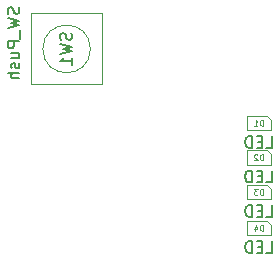
<source format=gbr>
G04 #@! TF.GenerationSoftware,KiCad,Pcbnew,(5.0.2)-1*
G04 #@! TF.CreationDate,2019-06-21T16:27:59+05:30*
G04 #@! TF.ProjectId,CapacityOfBattery,43617061-6369-4747-994f-664261747465,rev?*
G04 #@! TF.SameCoordinates,Original*
G04 #@! TF.FileFunction,Other,Fab,Bot*
%FSLAX46Y46*%
G04 Gerber Fmt 4.6, Leading zero omitted, Abs format (unit mm)*
G04 Created by KiCad (PCBNEW (5.0.2)-1) date 06/21/19 16:27:59*
%MOMM*%
%LPD*%
G01*
G04 APERTURE LIST*
%ADD10C,0.100000*%
%ADD11C,0.150000*%
%ADD12C,0.080000*%
G04 APERTURE END LIST*
D10*
G04 #@! TO.C,D1*
X38360000Y-23530000D02*
X40060000Y-23530000D01*
X40060000Y-23530000D02*
X40360000Y-23830000D01*
X40360000Y-23830000D02*
X40360000Y-24730000D01*
X40360000Y-24730000D02*
X38360000Y-24730000D01*
X38360000Y-24730000D02*
X38360000Y-23530000D01*
G04 #@! TO.C,D2*
X38360000Y-27651000D02*
X38360000Y-26451000D01*
X40360000Y-27651000D02*
X38360000Y-27651000D01*
X40360000Y-26751000D02*
X40360000Y-27651000D01*
X40060000Y-26451000D02*
X40360000Y-26751000D01*
X38360000Y-26451000D02*
X40060000Y-26451000D01*
G04 #@! TO.C,D3*
X38360000Y-29382000D02*
X40060000Y-29382000D01*
X40060000Y-29382000D02*
X40360000Y-29682000D01*
X40360000Y-29682000D02*
X40360000Y-30582000D01*
X40360000Y-30582000D02*
X38360000Y-30582000D01*
X38360000Y-30582000D02*
X38360000Y-29382000D01*
G04 #@! TO.C,D4*
X38360000Y-33620000D02*
X38360000Y-32420000D01*
X40360000Y-33620000D02*
X38360000Y-33620000D01*
X40360000Y-32720000D02*
X40360000Y-33620000D01*
X40060000Y-32420000D02*
X40360000Y-32720000D01*
X38360000Y-32420000D02*
X40060000Y-32420000D01*
G04 #@! TO.C,SW1*
X25105564Y-17850000D02*
G75*
G03X25105564Y-17850000I-2015564J0D01*
G01*
X26090000Y-20850000D02*
X26090000Y-17850000D01*
X20090000Y-20850000D02*
X26090000Y-20850000D01*
X20090000Y-14850000D02*
X20090000Y-20850000D01*
X26090000Y-14850000D02*
X20090000Y-14850000D01*
X26090000Y-17850000D02*
X26090000Y-14850000D01*
G04 #@! TD*
G04 #@! TO.C,D1*
D11*
X40002857Y-26232380D02*
X40479047Y-26232380D01*
X40479047Y-25232380D01*
X39669523Y-25708571D02*
X39336190Y-25708571D01*
X39193333Y-26232380D02*
X39669523Y-26232380D01*
X39669523Y-25232380D01*
X39193333Y-25232380D01*
X38764761Y-26232380D02*
X38764761Y-25232380D01*
X38526666Y-25232380D01*
X38383809Y-25280000D01*
X38288571Y-25375238D01*
X38240952Y-25470476D01*
X38193333Y-25660952D01*
X38193333Y-25803809D01*
X38240952Y-25994285D01*
X38288571Y-26089523D01*
X38383809Y-26184761D01*
X38526666Y-26232380D01*
X38764761Y-26232380D01*
D12*
X39729047Y-24356190D02*
X39729047Y-23856190D01*
X39610000Y-23856190D01*
X39538571Y-23880000D01*
X39490952Y-23927619D01*
X39467142Y-23975238D01*
X39443333Y-24070476D01*
X39443333Y-24141904D01*
X39467142Y-24237142D01*
X39490952Y-24284761D01*
X39538571Y-24332380D01*
X39610000Y-24356190D01*
X39729047Y-24356190D01*
X38967142Y-24356190D02*
X39252857Y-24356190D01*
X39110000Y-24356190D02*
X39110000Y-23856190D01*
X39157619Y-23927619D01*
X39205238Y-23975238D01*
X39252857Y-23999047D01*
G04 #@! TO.C,D2*
D11*
X40002857Y-29153380D02*
X40479047Y-29153380D01*
X40479047Y-28153380D01*
X39669523Y-28629571D02*
X39336190Y-28629571D01*
X39193333Y-29153380D02*
X39669523Y-29153380D01*
X39669523Y-28153380D01*
X39193333Y-28153380D01*
X38764761Y-29153380D02*
X38764761Y-28153380D01*
X38526666Y-28153380D01*
X38383809Y-28201000D01*
X38288571Y-28296238D01*
X38240952Y-28391476D01*
X38193333Y-28581952D01*
X38193333Y-28724809D01*
X38240952Y-28915285D01*
X38288571Y-29010523D01*
X38383809Y-29105761D01*
X38526666Y-29153380D01*
X38764761Y-29153380D01*
D12*
X39729047Y-27277190D02*
X39729047Y-26777190D01*
X39610000Y-26777190D01*
X39538571Y-26801000D01*
X39490952Y-26848619D01*
X39467142Y-26896238D01*
X39443333Y-26991476D01*
X39443333Y-27062904D01*
X39467142Y-27158142D01*
X39490952Y-27205761D01*
X39538571Y-27253380D01*
X39610000Y-27277190D01*
X39729047Y-27277190D01*
X39252857Y-26824809D02*
X39229047Y-26801000D01*
X39181428Y-26777190D01*
X39062380Y-26777190D01*
X39014761Y-26801000D01*
X38990952Y-26824809D01*
X38967142Y-26872428D01*
X38967142Y-26920047D01*
X38990952Y-26991476D01*
X39276666Y-27277190D01*
X38967142Y-27277190D01*
G04 #@! TO.C,D3*
D11*
X40002857Y-32084380D02*
X40479047Y-32084380D01*
X40479047Y-31084380D01*
X39669523Y-31560571D02*
X39336190Y-31560571D01*
X39193333Y-32084380D02*
X39669523Y-32084380D01*
X39669523Y-31084380D01*
X39193333Y-31084380D01*
X38764761Y-32084380D02*
X38764761Y-31084380D01*
X38526666Y-31084380D01*
X38383809Y-31132000D01*
X38288571Y-31227238D01*
X38240952Y-31322476D01*
X38193333Y-31512952D01*
X38193333Y-31655809D01*
X38240952Y-31846285D01*
X38288571Y-31941523D01*
X38383809Y-32036761D01*
X38526666Y-32084380D01*
X38764761Y-32084380D01*
D12*
X39729047Y-30208190D02*
X39729047Y-29708190D01*
X39610000Y-29708190D01*
X39538571Y-29732000D01*
X39490952Y-29779619D01*
X39467142Y-29827238D01*
X39443333Y-29922476D01*
X39443333Y-29993904D01*
X39467142Y-30089142D01*
X39490952Y-30136761D01*
X39538571Y-30184380D01*
X39610000Y-30208190D01*
X39729047Y-30208190D01*
X39276666Y-29708190D02*
X38967142Y-29708190D01*
X39133809Y-29898666D01*
X39062380Y-29898666D01*
X39014761Y-29922476D01*
X38990952Y-29946285D01*
X38967142Y-29993904D01*
X38967142Y-30112952D01*
X38990952Y-30160571D01*
X39014761Y-30184380D01*
X39062380Y-30208190D01*
X39205238Y-30208190D01*
X39252857Y-30184380D01*
X39276666Y-30160571D01*
G04 #@! TO.C,D4*
D11*
X40002857Y-35122380D02*
X40479047Y-35122380D01*
X40479047Y-34122380D01*
X39669523Y-34598571D02*
X39336190Y-34598571D01*
X39193333Y-35122380D02*
X39669523Y-35122380D01*
X39669523Y-34122380D01*
X39193333Y-34122380D01*
X38764761Y-35122380D02*
X38764761Y-34122380D01*
X38526666Y-34122380D01*
X38383809Y-34170000D01*
X38288571Y-34265238D01*
X38240952Y-34360476D01*
X38193333Y-34550952D01*
X38193333Y-34693809D01*
X38240952Y-34884285D01*
X38288571Y-34979523D01*
X38383809Y-35074761D01*
X38526666Y-35122380D01*
X38764761Y-35122380D01*
D12*
X39729047Y-33246190D02*
X39729047Y-32746190D01*
X39610000Y-32746190D01*
X39538571Y-32770000D01*
X39490952Y-32817619D01*
X39467142Y-32865238D01*
X39443333Y-32960476D01*
X39443333Y-33031904D01*
X39467142Y-33127142D01*
X39490952Y-33174761D01*
X39538571Y-33222380D01*
X39610000Y-33246190D01*
X39729047Y-33246190D01*
X39014761Y-32912857D02*
X39014761Y-33246190D01*
X39133809Y-32722380D02*
X39252857Y-33079523D01*
X38943333Y-33079523D01*
G04 #@! TO.C,SW1*
D11*
X19044761Y-14302380D02*
X19092380Y-14445238D01*
X19092380Y-14683333D01*
X19044761Y-14778571D01*
X18997142Y-14826190D01*
X18901904Y-14873809D01*
X18806666Y-14873809D01*
X18711428Y-14826190D01*
X18663809Y-14778571D01*
X18616190Y-14683333D01*
X18568571Y-14492857D01*
X18520952Y-14397619D01*
X18473333Y-14350000D01*
X18378095Y-14302380D01*
X18282857Y-14302380D01*
X18187619Y-14350000D01*
X18140000Y-14397619D01*
X18092380Y-14492857D01*
X18092380Y-14730952D01*
X18140000Y-14873809D01*
X18092380Y-15207142D02*
X19092380Y-15445238D01*
X18378095Y-15635714D01*
X19092380Y-15826190D01*
X18092380Y-16064285D01*
X19187619Y-16207142D02*
X19187619Y-16969047D01*
X19092380Y-17207142D02*
X18092380Y-17207142D01*
X18092380Y-17588095D01*
X18140000Y-17683333D01*
X18187619Y-17730952D01*
X18282857Y-17778571D01*
X18425714Y-17778571D01*
X18520952Y-17730952D01*
X18568571Y-17683333D01*
X18616190Y-17588095D01*
X18616190Y-17207142D01*
X18425714Y-18635714D02*
X19092380Y-18635714D01*
X18425714Y-18207142D02*
X18949523Y-18207142D01*
X19044761Y-18254761D01*
X19092380Y-18350000D01*
X19092380Y-18492857D01*
X19044761Y-18588095D01*
X18997142Y-18635714D01*
X19044761Y-19064285D02*
X19092380Y-19159523D01*
X19092380Y-19350000D01*
X19044761Y-19445238D01*
X18949523Y-19492857D01*
X18901904Y-19492857D01*
X18806666Y-19445238D01*
X18759047Y-19350000D01*
X18759047Y-19207142D01*
X18711428Y-19111904D01*
X18616190Y-19064285D01*
X18568571Y-19064285D01*
X18473333Y-19111904D01*
X18425714Y-19207142D01*
X18425714Y-19350000D01*
X18473333Y-19445238D01*
X19092380Y-19921428D02*
X18092380Y-19921428D01*
X19092380Y-20350000D02*
X18568571Y-20350000D01*
X18473333Y-20302380D01*
X18425714Y-20207142D01*
X18425714Y-20064285D01*
X18473333Y-19969047D01*
X18520952Y-19921428D01*
X23494761Y-16516666D02*
X23542380Y-16659523D01*
X23542380Y-16897619D01*
X23494761Y-16992857D01*
X23447142Y-17040476D01*
X23351904Y-17088095D01*
X23256666Y-17088095D01*
X23161428Y-17040476D01*
X23113809Y-16992857D01*
X23066190Y-16897619D01*
X23018571Y-16707142D01*
X22970952Y-16611904D01*
X22923333Y-16564285D01*
X22828095Y-16516666D01*
X22732857Y-16516666D01*
X22637619Y-16564285D01*
X22590000Y-16611904D01*
X22542380Y-16707142D01*
X22542380Y-16945238D01*
X22590000Y-17088095D01*
X22542380Y-17421428D02*
X23542380Y-17659523D01*
X22828095Y-17850000D01*
X23542380Y-18040476D01*
X22542380Y-18278571D01*
X23542380Y-19183333D02*
X23542380Y-18611904D01*
X23542380Y-18897619D02*
X22542380Y-18897619D01*
X22685238Y-18802380D01*
X22780476Y-18707142D01*
X22828095Y-18611904D01*
G04 #@! TD*
M02*

</source>
